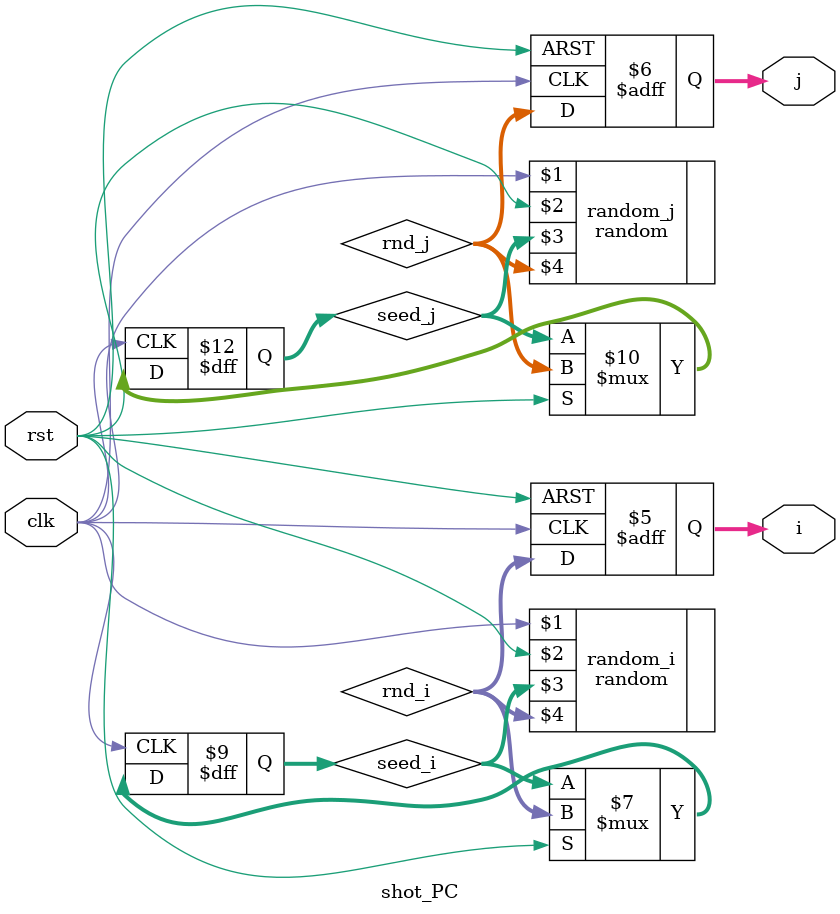
<source format=sv>
module shot_PC(
    input clk, rst,
    output reg [2:0] i,
    output reg [2:0] j
);

reg [2:0] seed_i = 3'b000; // Inicializar la seed i
reg [2:0] seed_j = 3'b001; // Inicializar la seed j

// Señales para almacenar los valores aleatorios generados
reg [2:0] rnd_i;
reg [2:0] rnd_j;

// Instancia módulo random
random random_i(clk, rst, seed_i, rnd_i);
random random_j(clk, rst, seed_j, rnd_j);


always @(posedge clk or negedge rst) begin
    if (!rst) begin
        i <= 3'b000;
        j <= 3'b000;
    end
    else begin
        // Actualizar las seeds para la próxima generación
        seed_i <= rnd_i;
        seed_j <= rnd_j;

        // Asignar las posiciones generadas
        i <= rnd_i;
        j <= rnd_j;
    end
end

endmodule
</source>
